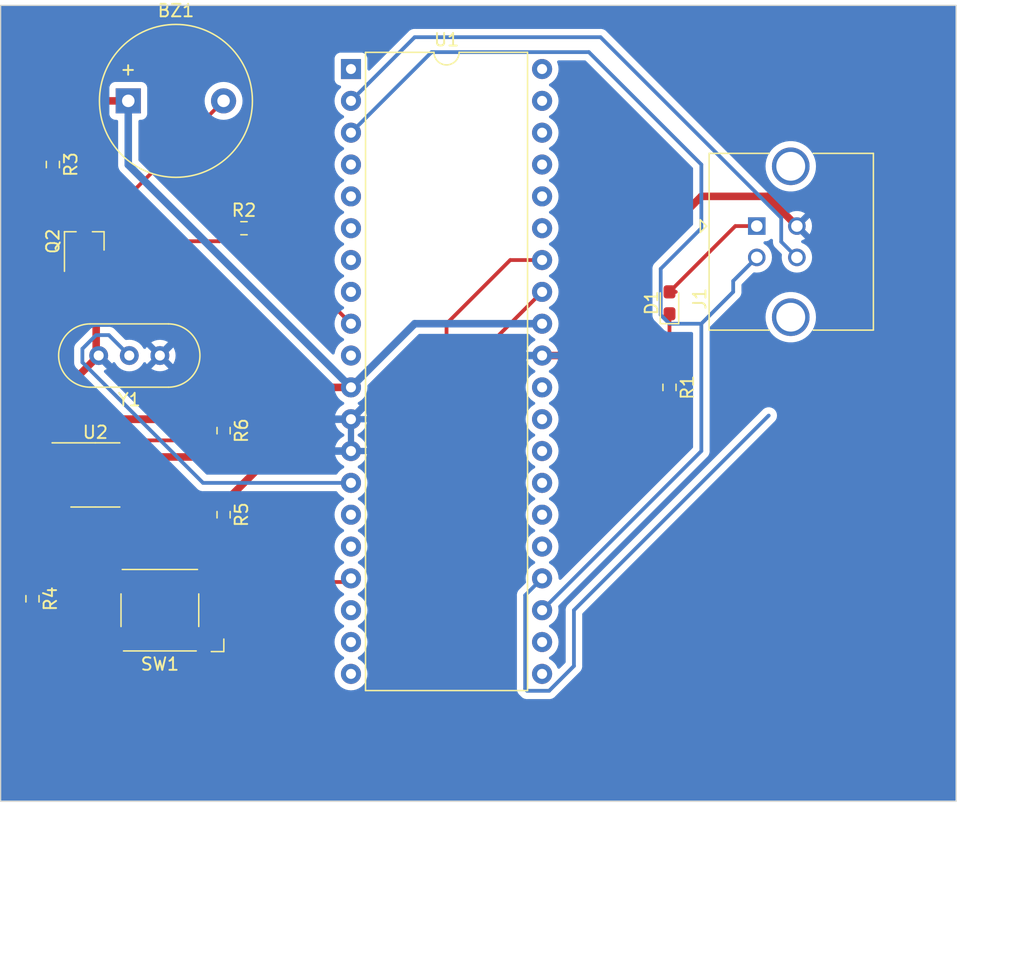
<source format=kicad_pcb>
(kicad_pcb (version 20221018) (generator pcbnew)
  (title_block (title "FLAPPIC-BIRD-PROJECT") (date "2025-10-19") (rev "rev 1.0") (company "ECE Ecole d'ingénieurs-Engineering School"))
  (layers (0 "F.Cu" signal) (31 "B.Cu" signal) (34 "B.Paste" user) (35 "F.Paste" user) (36 "B.SilkS" user "B.Silkscreen") (37 "F.SilkS" user "F.Silkscreen") (38 "B.Mask" user) (39 "F.Mask" user) (44 "Edge.Cuts" user))
  (net 0 "")
  (net 1 "VCC")
  (net 2 "Net-(BZ1-+)")
  (net 3 "Net-(D1-K)")
  (net 4 "Net-(D1-A)")
  (net 5 "GND")
  (net 6 "Net-(Q2-B)")
  (net 7 "Net-(U1-CK2SPP{slash}AN6{slash}RE1)")
  (net 8 "Net-(R4-Pad2)")
  (net 9 "Net-(U1-RB1{slash}AN10{slash}INT1{slash}SCK{slash}SCL)")
  (net 10 "Net-(U1-RB0{slash}AN12{slash}INT0{slash}FLT0{slash}SDI{slash}SDA)")
  (net 18 "Net-(U1-RA6{slash}OSC2{slash}CLKO)")
  (net 38 "Net-(U1-P1A{slash}CCP1{slash}RC2)")
  (net 39 "Net-(J1-D-)")
  (net 40 "Net-(J1-D+)")
  (footprint "Resistor_SMD:R_0603_1608Metric_Pad0.98x0.95mm_HandSolder" (layer "F.Cu") (at 106.68 71.12 -90)
    (fp_text reference "R1" (at 0 -1.43 90) (layer "F.SilkS"))
    (fp_text value "4K7")
    (fp_line (start -0.254724 -0.5225) (end 0.254724 -0.5225) (stroke (width 0.12)) (layer "F.SilkS"))
    (fp_line (start -0.254724 0.5225) (end 0.254724 0.5225) (stroke (width 0.12)) (layer "F.SilkS"))
    (pad "1" smd roundrect (at -0.9125 0 270) (size 0.975 0.95) (layers "F.Cu" "F.Paste" "F.Mask") (net 3 "Net-(D1-K)"))
    (pad "2" smd roundrect (at 0.9125 0 270) (size 0.975 0.95) (layers "F.Cu" "F.Paste" "F.Mask") (net 5 "GND"))
  )
  (footprint "Buzzer_Beeper:Buzzer_12x9.5RM7.6" (layer "F.Cu") (at 63.52 48.26)
    (fp_text reference "BZ1" (at 3.8 -7.2) (layer "F.SilkS"))
    (fp_text value "Buzzer")
    (fp_text user "+" (at -0.01 -2.54) (layer "F.SilkS"))
    (fp_circle (center 3.8 0) (end 9.9 0) (stroke (width 0.12)) (fill none) (layer "F.SilkS"))
    (pad "1" thru_hole rect (at 0 0) (size 2 2) (drill 1) (layers "*.Cu" "*.Mask") (net 1 "VCC"))
    (pad "2" thru_hole circle (at 7.6 0) (size 2 2) (drill 1) (layers "*.Cu" "*.Mask") (net 2 "Net-(BZ1-+)"))
  )
  (footprint "Resistor_SMD:R_0603_1608Metric_Pad0.98x0.95mm_HandSolder" (layer "F.Cu") (at 57.5075 53.34 -90)
    (fp_text reference "R3" (at 0 -1.43 90) (layer "F.SilkS"))
    (fp_text value "1K")
    (fp_line (start -0.254724 -0.5225) (end 0.254724 -0.5225) (stroke (width 0.12)) (layer "F.SilkS"))
    (fp_line (start -0.254724 0.5225) (end 0.254724 0.5225) (stroke (width 0.12)) (layer "F.SilkS"))
    (pad "1" smd roundrect (at -0.9125 0 270) (size 0.975 0.95) (layers "F.Cu" "F.Paste" "F.Mask") (net 1 "VCC"))
    (pad "2" smd roundrect (at 0.9125 0 270) (size 0.975 0.95) (layers "F.Cu" "F.Paste" "F.Mask") (net 2 "Net-(BZ1-+)"))
  )
  (footprint "LED_SMD:LED_0603_1608Metric_Pad1.05x0.95mm_HandSolder" (layer "F.Cu") (at 106.68 64.375 90)
    (fp_text reference "D1" (at 0 -1.43 90) (layer "F.SilkS"))
    (fp_text value "LED")
    (fp_line (start -1.66 -0.735) (end -1.66 0.735) (stroke (width 0.12)) (layer "F.SilkS"))
    (fp_line (start -1.66 0.735) (end 0.8 0.735) (stroke (width 0.12)) (layer "F.SilkS"))
    (fp_line (start 0.8 -0.735) (end -1.66 -0.735) (stroke (width 0.12)) (layer "F.SilkS"))
    (pad "1" smd roundrect (at -0.875 0 90) (size 1.05 0.95) (layers "F.Cu" "F.Paste" "F.Mask") (net 3 "Net-(D1-K)"))
    (pad "2" smd roundrect (at 0.875 0 90) (size 1.05 0.95) (layers "F.Cu" "F.Paste" "F.Mask") (net 4 "Net-(D1-A)"))
  )
  (footprint "logos:ECEbis" (layer "F.Cu") (at 119.38 99.06)
    (fp_text reference "G***" hide)
    (fp_text value "LOGO" hide)
  )
  (footprint "Button_Switch_SMD:SW_SPST_Omron_B3FS-100xP" (layer "F.Cu") (at 66.04 88.9 180)
    (fp_text reference "SW1" (at 0 -4.3) (layer "F.SilkS"))
    (fp_text value "SW_Omron_B3FS")
    (fp_line (start -5.1 -3.3) (end -4.1 -3.3) (stroke (width 0.12)) (layer "F.SilkS"))
    (fp_line (start -5.1 -2.3) (end -5.1 -3.3) (stroke (width 0.12)) (layer "F.SilkS"))
    (fp_line (start -3.1 -1.3) (end -3.1 1.3) (stroke (width 0.12)) (layer "F.SilkS"))
    (fp_line (start 2.9 -3.25) (end -2.9 -3.25) (stroke (width 0.12)) (layer "F.SilkS"))
    (fp_line (start 3 3.25) (end -3 3.25) (stroke (width 0.12)) (layer "F.SilkS"))
    (fp_line (start 3.1 -1.3) (end 3.1 1.3) (stroke (width 0.12)) (layer "F.SilkS"))
    (pad "1" smd rect (at -4 -2.25) (size 1.6 1.4) (layers "F.Cu" "F.Paste" "F.Mask") (net 8 "Net-(R4-Pad2)"))
    (pad "1" smd rect (at 4 -2.25) (size 1.6 1.4) (layers "F.Cu" "F.Paste" "F.Mask") (net 8 "Net-(R4-Pad2)"))
    (pad "2" smd rect (at -4 2.25) (size 1.6 1.4) (layers "F.Cu" "F.Paste" "F.Mask") (net 38 "Net-(U1-P1A{slash}CCP1{slash}RC2)"))
    (pad "2" smd rect (at 4 2.25) (size 1.6 1.4) (layers "F.Cu" "F.Paste" "F.Mask") (net 38 "Net-(U1-P1A{slash}CCP1{slash}RC2)"))
  )
  (footprint "Package_TO_SOT_SMD:SOT-23_Handsoldering" (layer "F.Cu") (at 60.01 59.46 90)
    (fp_text reference "Q2" (at 0 -2.5 90) (layer "F.SilkS"))
    (fp_text value "BC846")
    (fp_line (start 0.76 -1.58) (end -2.4 -1.58) (stroke (width 0.12)) (layer "F.SilkS"))
    (fp_line (start 0.76 -1.58) (end 0.76 -0.65) (stroke (width 0.12)) (layer "F.SilkS"))
    (fp_line (start 0.76 1.58) (end -0.7 1.58) (stroke (width 0.12)) (layer "F.SilkS"))
    (fp_line (start 0.76 1.58) (end 0.76 0.65) (stroke (width 0.12)) (layer "F.SilkS"))
    (pad "1" smd rect (at -1.5 -0.95 90) (size 1.9 0.8) (layers "F.Cu" "F.Paste" "F.Mask") (net 6 "Net-(Q2-B)"))
    (pad "2" smd rect (at -1.5 0.95 90) (size 1.9 0.8) (layers "F.Cu" "F.Paste" "F.Mask") (net 5 "GND"))
    (pad "3" smd rect (at 1.5 0 90) (size 1.9 0.8) (layers "F.Cu" "F.Paste" "F.Mask") (net 2 "Net-(BZ1-+)"))
  )
  (footprint "Connector_USB:USB_B_Amphenol_MUSB-D511_Vertical_Rugged" (layer "F.Cu") (at 113.64 58.25 90)
    (fp_text reference "J1" (at -5.8 -4.55 90) (layer "F.SilkS"))
    (fp_text value "USB_B")
    (fp_line (start -8.3 -3.8) (end 5.8 -3.8) (stroke (width 0.12)) (layer "F.SilkS"))
    (fp_line (start -8.3 1) (end -8.3 -3.8) (stroke (width 0.12)) (layer "F.SilkS"))
    (fp_line (start -8.3 9.3) (end -8.3 4.5) (stroke (width 0.12)) (layer "F.SilkS"))
    (fp_line (start -0.5 -4.5) (end 0 -4) (stroke (width 0.12)) (layer "F.SilkS"))
    (fp_line (start 0 -4) (end 0.5 -4.5) (stroke (width 0.12)) (layer "F.SilkS"))
    (fp_line (start 0.5 -4.5) (end -0.5 -4.5) (stroke (width 0.12)) (layer "F.SilkS"))
    (fp_line (start 5.8 -3.8) (end 5.8 1) (stroke (width 0.12)) (layer "F.SilkS"))
    (fp_line (start 5.8 4.5) (end 5.8 9.3) (stroke (width 0.12)) (layer "F.SilkS"))
    (fp_line (start 5.8 9.3) (end -8.3 9.3) (stroke (width 0.12)) (layer "F.SilkS"))
    (pad "1" thru_hole rect (at 0 0 90) (size 1.4 1.4) (drill 0.92) (layers "*.Cu" "*.Mask") (net 4 "Net-(D1-A)"))
    (pad "2" thru_hole circle (at -2.5 0 90) (size 1.4 1.4) (drill 0.92) (layers "*.Cu" "*.Mask") (net 39 "Net-(J1-D-)"))
    (pad "3" thru_hole circle (at -2.5 3.2 90) (size 1.4 1.4) (drill 0.92) (layers "*.Cu" "*.Mask") (net 40 "Net-(J1-D+)"))
    (pad "4" thru_hole circle (at 0 3.2 90) (size 1.4 1.4) (drill 0.92) (layers "*.Cu" "*.Mask") (net 5 "GND"))
    (pad "5" thru_hole circle (at -7.27 2.71 90) (size 3 3) (drill 2.3) (layers "*.Cu" "*.Mask"))
    (pad "5" thru_hole circle (at 4.77 2.71 90) (size 3 3) (drill 2.3) (layers "*.Cu" "*.Mask"))
  )
  (footprint "Resistor_SMD:R_0603_1608Metric_Pad0.98x0.95mm_HandSolder" (layer "F.Cu") (at 71.12 81.28 -90)
    (fp_text reference "R5" (at 0 -1.43 90) (layer "F.SilkS"))
    (fp_text value "1K")
    (fp_line (start -0.254724 -0.5225) (end 0.254724 -0.5225) (stroke (width 0.12)) (layer "F.SilkS"))
    (fp_line (start -0.254724 0.5225) (end 0.254724 0.5225) (stroke (width 0.12)) (layer "F.SilkS"))
    (pad "1" smd roundrect (at -0.9125 0 270) (size 0.975 0.95) (layers "F.Cu" "F.Paste" "F.Mask") (net 1 "VCC"))
    (pad "2" smd roundrect (at 0.9125 0 270) (size 0.975 0.95) (layers "F.Cu" "F.Paste" "F.Mask") (net 9 "Net-(U1-RB1{slash}AN10{slash}INT1{slash}SCK{slash}SCL)"))
  )
  (footprint "Resistor_SMD:R_0603_1608Metric_Pad0.98x0.95mm_HandSolder" (layer "F.Cu") (at 72.7475 58.42)
    (fp_text reference "R2" (at 0 -1.43) (layer "F.SilkS"))
    (fp_text value "10K")
    (fp_line (start -0.254724 -0.5225) (end 0.254724 -0.5225) (stroke (width 0.12)) (layer "F.SilkS"))
    (fp_line (start -0.254724 0.5225) (end 0.254724 0.5225) (stroke (width 0.12)) (layer "F.SilkS"))
    (pad "1" smd roundrect (at -0.9125 0) (size 0.975 0.95) (layers "F.Cu" "F.Paste" "F.Mask") (net 6 "Net-(Q2-B)"))
    (pad "2" smd roundrect (at 0.9125 0) (size 0.975 0.95) (layers "F.Cu" "F.Paste" "F.Mask") (net 7 "Net-(U1-CK2SPP{slash}AN6{slash}RE1)"))
  )
  (footprint "Package_DIP:DIP-40_W15.24mm" (layer "F.Cu") (at 81.28 45.72)
    (fp_text reference "U1" (at 7.62 -2.33) (layer "F.SilkS"))
    (fp_text value "PIC18F4550-IP")
    (fp_line (start 1.16 -1.33) (end 1.16 49.59) (stroke (width 0.12)) (layer "F.SilkS"))
    (fp_line (start 1.16 49.59) (end 14.08 49.59) (stroke (width 0.12)) (layer "F.SilkS"))
    (fp_line (start 6.62 -1.33) (end 1.16 -1.33) (stroke (width 0.12)) (layer "F.SilkS"))
    (fp_line (start 14.08 -1.33) (end 8.62 -1.33) (stroke (width 0.12)) (layer "F.SilkS"))
    (fp_line (start 14.08 49.59) (end 14.08 -1.33) (stroke (width 0.12)) (layer "F.SilkS"))
    (fp_arc (start 8.62 -1.33) (mid 7.62 -0.33) (end 6.62 -1.33) (stroke (width 0.12)) (layer "F.SilkS"))
    (pad "1" thru_hole rect (at 0 0) (size 1.6 1.6) (drill 0.8) (layers "*.Cu" "*.Mask"))
    (pad "2" thru_hole oval (at 0 2.54) (size 1.6 1.6) (drill 0.8) (layers "*.Cu" "*.Mask") (net 40 "Net-(J1-D+)"))
    (pad "3" thru_hole oval (at 0 5.08) (size 1.6 1.6) (drill 0.8) (layers "*.Cu" "*.Mask") (net 39 "Net-(J1-D-)"))
    (pad "4" thru_hole oval (at 0 7.62) (size 1.6 1.6) (drill 0.8) (layers "*.Cu" "*.Mask"))
    (pad "5" thru_hole oval (at 0 10.16) (size 1.6 1.6) (drill 0.8) (layers "*.Cu" "*.Mask"))
    (pad "6" thru_hole oval (at 0 12.7) (size 1.6 1.6) (drill 0.8) (layers "*.Cu" "*.Mask"))
    (pad "7" thru_hole oval (at 0 15.24) (size 1.6 1.6) (drill 0.8) (layers "*.Cu" "*.Mask"))
    (pad "8" thru_hole oval (at 0 17.78) (size 1.6 1.6) (drill 0.8) (layers "*.Cu" "*.Mask"))
    (pad "9" thru_hole oval (at 0 20.32) (size 1.6 1.6) (drill 0.8) (layers "*.Cu" "*.Mask") (net 7 "Net-(U1-CK2SPP{slash}AN6{slash}RE1)"))
    (pad "10" thru_hole oval (at 0 22.86) (size 1.6 1.6) (drill 0.8) (layers "*.Cu" "*.Mask"))
    (pad "11" thru_hole oval (at 0 25.4) (size 1.6 1.6) (drill 0.8) (layers "*.Cu" "*.Mask") (net 1 "VCC"))
    (pad "12" thru_hole oval (at 0 27.94) (size 1.6 1.6) (drill 0.8) (layers "*.Cu" "*.Mask") (net 5 "GND"))
    (pad "13" thru_hole oval (at 0 30.48) (size 1.6 1.6) (drill 0.8) (layers "*.Cu" "*.Mask") (net 5 "GND"))
    (pad "14" thru_hole oval (at 0 33.02) (size 1.6 1.6) (drill 0.8) (layers "*.Cu" "*.Mask") (net 18 "Net-(U1-RA6{slash}OSC2{slash}CLKO)"))
    (pad "15" thru_hole oval (at 0 35.56) (size 1.6 1.6) (drill 0.8) (layers "*.Cu" "*.Mask"))
    (pad "16" thru_hole oval (at 0 38.1) (size 1.6 1.6) (drill 0.8) (layers "*.Cu" "*.Mask"))
    (pad "17" thru_hole oval (at 0 40.64) (size 1.6 1.6) (drill 0.8) (layers "*.Cu" "*.Mask") (net 38 "Net-(U1-P1A{slash}CCP1{slash}RC2)"))
    (pad "18" thru_hole oval (at 0 43.18) (size 1.6 1.6) (drill 0.8) (layers "*.Cu" "*.Mask"))
    (pad "19" thru_hole oval (at 0 45.72) (size 1.6 1.6) (drill 0.8) (layers "*.Cu" "*.Mask"))
    (pad "20" thru_hole oval (at 0 48.26) (size 1.6 1.6) (drill 0.8) (layers "*.Cu" "*.Mask"))
    (pad "21" thru_hole oval (at 15.24 48.26) (size 1.6 1.6) (drill 0.8) (layers "*.Cu" "*.Mask"))
    (pad "22" thru_hole oval (at 15.24 45.72) (size 1.6 1.6) (drill 0.8) (layers "*.Cu" "*.Mask"))
    (pad "23" thru_hole oval (at 15.24 43.18) (size 1.6 1.6) (drill 0.8) (layers "*.Cu" "*.Mask") (net 39 "Net-(J1-D-)"))
    (pad "24" thru_hole oval (at 15.24 40.64) (size 1.6 1.6) (drill 0.8) (layers "*.Cu" "*.Mask") (net 40 "Net-(J1-D+)"))
    (pad "25" thru_hole oval (at 15.24 38.1) (size 1.6 1.6) (drill 0.8) (layers "*.Cu" "*.Mask"))
    (pad "26" thru_hole oval (at 15.24 35.56) (size 1.6 1.6) (drill 0.8) (layers "*.Cu" "*.Mask"))
    (pad "27" thru_hole oval (at 15.24 33.02) (size 1.6 1.6) (drill 0.8) (layers "*.Cu" "*.Mask"))
    (pad "28" thru_hole oval (at 15.24 30.48) (size 1.6 1.6) (drill 0.8) (layers "*.Cu" "*.Mask"))
    (pad "29" thru_hole oval (at 15.24 27.94) (size 1.6 1.6) (drill 0.8) (layers "*.Cu" "*.Mask"))
    (pad "30" thru_hole oval (at 15.24 25.4) (size 1.6 1.6) (drill 0.8) (layers "*.Cu" "*.Mask"))
    (pad "31" thru_hole oval (at 15.24 22.86) (size 1.6 1.6) (drill 0.8) (layers "*.Cu" "*.Mask") (net 5 "GND"))
    (pad "32" thru_hole oval (at 15.24 20.32) (size 1.6 1.6) (drill 0.8) (layers "*.Cu" "*.Mask") (net 1 "VCC"))
    (pad "33" thru_hole oval (at 15.24 17.78) (size 1.6 1.6) (drill 0.8) (layers "*.Cu" "*.Mask") (net 10 "Net-(U1-RB0{slash}AN12{slash}INT0{slash}FLT0{slash}SDI{slash}SDA)"))
    (pad "34" thru_hole oval (at 15.24 15.24) (size 1.6 1.6) (drill 0.8) (layers "*.Cu" "*.Mask") (net 9 "Net-(U1-RB1{slash}AN10{slash}INT1{slash}SCK{slash}SCL)"))
    (pad "35" thru_hole oval (at 15.24 12.7) (size 1.6 1.6) (drill 0.8) (layers "*.Cu" "*.Mask"))
    (pad "36" thru_hole oval (at 15.24 10.16) (size 1.6 1.6) (drill 0.8) (layers "*.Cu" "*.Mask"))
    (pad "37" thru_hole oval (at 15.24 7.62) (size 1.6 1.6) (drill 0.8) (layers "*.Cu" "*.Mask"))
    (pad "38" thru_hole oval (at 15.24 5.08) (size 1.6 1.6) (drill 0.8) (layers "*.Cu" "*.Mask"))
    (pad "39" thru_hole oval (at 15.24 2.54) (size 1.6 1.6) (drill 0.8) (layers "*.Cu" "*.Mask"))
    (pad "40" thru_hole oval (at 15.24 0) (size 1.6 1.6) (drill 0.8) (layers "*.Cu" "*.Mask"))
  )
  (footprint "Resistor_SMD:R_0603_1608Metric_Pad0.98x0.95mm_HandSolder" (layer "F.Cu") (at 55.88 87.9875 -90)
    (fp_text reference "R4" (at 0 -1.43 90) (layer "F.SilkS"))
    (fp_text value "220")
    (fp_line (start -0.254724 -0.5225) (end 0.254724 -0.5225) (stroke (width 0.12)) (layer "F.SilkS"))
    (fp_line (start -0.254724 0.5225) (end 0.254724 0.5225) (stroke (width 0.12)) (layer "F.SilkS"))
    (pad "1" smd roundrect (at -0.9125 0 270) (size 0.975 0.95) (layers "F.Cu" "F.Paste" "F.Mask") (net 1 "VCC"))
    (pad "2" smd roundrect (at 0.9125 0 270) (size 0.975 0.95) (layers "F.Cu" "F.Paste" "F.Mask") (net 8 "Net-(R4-Pad2)"))
  )
  (footprint "Package_SO:SOIC-8_3.9x4.9mm_P1.27mm" (layer "F.Cu") (at 60.895 78.105)
    (fp_text reference "U2" (at 0 -3.4) (layer "F.SilkS"))
    (fp_text value "M24C02-WMN")
    (fp_line (start 0 -2.56) (end -3.45 -2.56) (stroke (width 0.12)) (layer "F.SilkS"))
    (fp_line (start 0 -2.56) (end 1.95 -2.56) (stroke (width 0.12)) (layer "F.SilkS"))
    (fp_line (start 0 2.56) (end -1.95 2.56) (stroke (width 0.12)) (layer "F.SilkS"))
    (fp_line (start 0 2.56) (end 1.95 2.56) (stroke (width 0.12)) (layer "F.SilkS"))
    (pad "1" smd roundrect (at -2.475 -1.905) (size 1.95 0.6) (layers "F.Cu" "F.Paste" "F.Mask") (net 1 "VCC"))
    (pad "2" smd roundrect (at -2.475 -0.635) (size 1.95 0.6) (layers "F.Cu" "F.Paste" "F.Mask") (net 5 "GND"))
    (pad "3" smd roundrect (at -2.475 0.635) (size 1.95 0.6) (layers "F.Cu" "F.Paste" "F.Mask") (net 5 "GND"))
    (pad "4" smd roundrect (at -2.475 1.905) (size 1.95 0.6) (layers "F.Cu" "F.Paste" "F.Mask") (net 5 "GND"))
    (pad "5" smd roundrect (at 2.475 1.905) (size 1.95 0.6) (layers "F.Cu" "F.Paste" "F.Mask") (net 10 "Net-(U1-RB0{slash}AN12{slash}INT0{slash}FLT0{slash}SDI{slash}SDA)"))
    (pad "6" smd roundrect (at 2.475 0.635) (size 1.95 0.6) (layers "F.Cu" "F.Paste" "F.Mask") (net 9 "Net-(U1-RB1{slash}AN10{slash}INT1{slash}SCK{slash}SCL)"))
    (pad "7" smd roundrect (at 2.475 -0.635) (size 1.95 0.6) (layers "F.Cu" "F.Paste" "F.Mask") (net 1 "VCC"))
    (pad "8" smd roundrect (at 2.475 -1.905) (size 1.95 0.6) (layers "F.Cu" "F.Paste" "F.Mask") (net 1 "VCC"))
  )
  (footprint "Crystal:Crystal_HC49-U-3Pin_Vertical" (layer "F.Cu") (at 66.04 68.58 180)
    (fp_text reference "Y1" (at 2.44 -3.525) (layer "F.SilkS"))
    (fp_text value "Crystal_GND3")
    (fp_line (start -0.685 -2.525) (end 5.565 -2.525) (stroke (width 0.12)) (layer "F.SilkS"))
    (fp_line (start -0.685 2.525) (end 5.565 2.525) (stroke (width 0.12)) (layer "F.SilkS"))
    (fp_arc (start -0.685 2.525) (mid -3.21 0) (end -0.685 -2.525) (stroke (width 0.12)) (layer "F.SilkS"))
    (fp_arc (start 5.565 -2.525) (mid 8.09 0) (end 5.565 2.525) (stroke (width 0.12)) (layer "F.SilkS"))
    (pad "1" thru_hole circle (at 0 0 180) (size 1.5 1.5) (drill 0.8) (layers "*.Cu" "*.Mask") (net 5 "GND"))
    (pad "2" thru_hole circle (at 2.44 0 180) (size 1.5 1.5) (drill 0.8) (layers "*.Cu" "*.Mask") (net 18 "Net-(U1-RA6{slash}OSC2{slash}CLKO)"))
    (pad "3" thru_hole circle (at 4.88 0 180) (size 1.5 1.5) (drill 0.8) (layers "*.Cu" "*.Mask") (net 5 "GND"))
  )
  (footprint "Resistor_SMD:R_0603_1608Metric_Pad0.98x0.95mm_HandSolder" (layer "F.Cu") (at 71.12 74.5725 -90)
    (fp_text reference "R6" (at 0 -1.43 90) (layer "F.SilkS"))
    (fp_text value "1K")
    (fp_line (start -0.254724 -0.5225) (end 0.254724 -0.5225) (stroke (width 0.12)) (layer "F.SilkS"))
    (fp_line (start -0.254724 0.5225) (end 0.254724 0.5225) (stroke (width 0.12)) (layer "F.SilkS"))
    (pad "1" smd roundrect (at -0.9125 0 270) (size 0.975 0.95) (layers "F.Cu" "F.Paste" "F.Mask") (net 1 "VCC"))
    (pad "2" smd roundrect (at 0.9125 0 270) (size 0.975 0.95) (layers "F.Cu" "F.Paste" "F.Mask") (net 10 "Net-(U1-RB0{slash}AN12{slash}INT0{slash}FLT0{slash}SDI{slash}SDA)"))
  )
  (gr_rect (start 53.34 40.64) (end 129.54 104.14) (stroke (width 0.1)) (fill none) (layer "Edge.Cuts"))
  (segment (start 71.12 80.3675) (end 73.66 77.8275) (width 0.6) (layer "F.Cu") (net 1))
  (segment (start 73.66 77.8275) (end 73.66 73.66) (width 0.6) (layer "F.Cu") (net 1))
  (segment (start 61.945 81.01) (end 62.027918 81.01) (width 0.6) (layer "F.Cu") (net 1))
  (segment (start 62.742969 73.66) (end 71.12 73.66) (width 0.6) (layer "F.Cu") (net 1))
  (segment (start 60.96 73.66) (end 58.42 76.2) (width 0.6) (layer "F.Cu") (net 1))
  (segment (start 64.1675 76.6725) (end 71.745825 76.6725) (width 0.6) (layer "F.Cu") (net 1))
  (segment (start 72.295 74.835) (end 71.12 73.66) (width 0.6) (layer "F.Cu") (net 1))
  (segment (start 61.675 48.26) (end 63.52 48.26) (width 0.6) (layer "F.Cu") (net 1))
  (segment (start 62.027918 81.01) (end 60.11 79.092082) (width 0.6) (layer "F.Cu") (net 1))
  (segment (start 72.295 76.123325) (end 72.295 74.835) (width 0.6) (layer "F.Cu") (net 1))
  (segment (start 63.37 77.47) (end 64.1675 76.6725) (width 0.6) (layer "F.Cu") (net 1))
  (segment (start 71.12 73.66) (end 73.66 71.12) (width 0.6) (layer "F.Cu") (net 1))
  (segment (start 73.66 73.66) (end 71.12 73.66) (width 0.6) (layer "F.Cu") (net 1))
  (segment (start 71.12 73.66) (end 60.96 73.66) (width 0.6) (layer "F.Cu") (net 1))
  (segment (start 55.88 87.075) (end 61.945 81.01) (width 0.6) (layer "F.Cu") (net 1))
  (segment (start 73.66 71.12) (end 81.28 71.12) (width 0.6) (layer "F.Cu") (net 1))
  (segment (start 60.11 79.092082) (end 60.11 76.292969) (width 0.6) (layer "F.Cu") (net 1))
  (segment (start 60.11 76.292969) (end 62.742969 73.66) (width 0.6) (layer "F.Cu") (net 1))
  (segment (start 63.37 76.2) (end 63.37 77.47) (width 0.6) (layer "F.Cu") (net 1))
  (segment (start 71.745825 76.6725) (end 72.295 76.123325) (width 0.6) (layer "F.Cu") (net 1))
  (segment (start 57.5075 52.4275) (end 61.675 48.26) (width 0.6) (layer "F.Cu") (net 1))
  (segment (start 81.28 71.12) (end 63.52 53.36) (width 0.6) (layer "B.Cu") (net 1))
  (segment (start 96.52 66.04) (end 86.36 66.04) (width 0.6) (layer "B.Cu") (net 1))
  (segment (start 86.36 66.04) (end 81.28 71.12) (width 0.6) (layer "B.Cu") (net 1))
  (segment (start 63.52 53.36) (end 63.52 48.26) (width 0.6) (layer "B.Cu") (net 1))
  (segment (start 57.5075 54.2525) (end 57.5075 55.4575) (width 0.3) (layer "F.Cu") (net 2))
  (segment (start 57.5075 55.4575) (end 60.01 57.96) (width 0.3) (layer "F.Cu") (net 2))
  (segment (start 61.42 57.96) (end 71.12 48.26) (width 0.3) (layer "F.Cu") (net 2))
  (segment (start 60.01 57.96) (end 61.42 57.96) (width 0.3) (layer "F.Cu") (net 2))
  (segment (start 106.68 65.25) (end 106.68 70.2075) (width 0.3) (layer "F.Cu") (net 3))
  (segment (start 106.68 63.5) (end 111.93 58.25) (width 0.3) (layer "F.Cu") (net 4))
  (segment (start 106.68 63.5) (end 107.1825 63.5) (width 0.3) (layer "F.Cu") (net 4))
  (segment (start 111.93 58.25) (end 113.64 58.25) (width 0.3) (layer "F.Cu") (net 4))
  (segment (start 60.96 68.38) (end 61.16 68.58) (width 0.6) (layer "F.Cu") (net 5))
  (segment (start 114.47 55.88) (end 116.84 58.25) (width 0.6) (layer "F.Cu") (net 5))
  (segment (start 56.745 76.702082) (end 56.745 72.995) (width 0.6) (layer "F.Cu") (net 5))
  (segment (start 58.42 77.47) (end 57.512918 77.47) (width 0.6) (layer "F.Cu") (net 5))
  (segment (start 106.68 72.0325) (end 103.2275 68.58) (width 0.6) (layer "F.Cu") (net 5))
  (segment (start 109.22 55.88) (end 114.47 55.88) (width 0.6) (layer "F.Cu") (net 5))
  (segment (start 58.42 78.74) (end 58.42 77.47) (width 0.6) (layer "F.Cu") (net 5))
  (segment (start 103.2275 68.58) (end 96.52 68.58) (width 0.6) (layer "F.Cu") (net 5))
  (segment (start 103.2275 61.8725) (end 109.22 55.88) (width 0.6) (layer "F.Cu") (net 5))
  (segment (start 57.512918 77.47) (end 56.745 76.702082) (width 0.6) (layer "F.Cu") (net 5))
  (segment (start 58.42 80.01) (end 58.42 78.74) (width 0.6) (layer "F.Cu") (net 5))
  (segment (start 56.745 72.995) (end 61.16 68.58) (width 0.6) (layer "F.Cu") (net 5))
  (segment (start 103.2275 68.58) (end 103.2275 61.8725) (width 0.6) (layer "F.Cu") (net 5))
  (segment (start 60.96 60.96) (end 60.96 68.38) (width 0.6) (layer "F.Cu") (net 5))
  (segment (start 71.12 68.58) (end 78.74 76.2) (width 0.6) (layer "B.Cu") (net 5))
  (segment (start 66.04 68.58) (end 68.58 66.04) (width 0.6) (layer "B.Cu") (net 5))
  (segment (start 63.5 70.92) (end 63.5 71.12) (width 0.6) (layer "B.Cu") (net 5))
  (segment (start 86.36 68.58) (end 81.28 73.66) (width 0.6) (layer "B.Cu") (net 5))
  (segment (start 96.52 68.58) (end 86.36 68.58) (width 0.6) (layer "B.Cu") (net 5))
  (segment (start 61.16 68.58) (end 63.5 70.92) (width 0.6) (layer "B.Cu") (net 5))
  (segment (start 78.74 73.66) (end 81.28 73.66) (width 0.6) (layer "B.Cu") (net 5))
  (segment (start 63.5 71.12) (end 66.04 71.12) (width 0.6) (layer "B.Cu") (net 5))
  (segment (start 71.12 66.04) (end 78.74 73.66) (width 0.6) (layer "B.Cu") (net 5))
  (segment (start 66.04 71.12) (end 68.58 68.58) (width 0.6) (layer "B.Cu") (net 5))
  (segment (start 68.58 68.58) (end 71.12 68.58) (width 0.6) (layer "B.Cu") (net 5))
  (segment (start 68.58 66.04) (end 71.12 66.04) (width 0.6) (layer "B.Cu") (net 5))
  (segment (start 78.74 76.2) (end 81.28 76.2) (width 0.6) (layer "B.Cu") (net 5))
  (segment (start 59.06 60.32) (end 59.92 59.46) (width 0.3) (layer "F.Cu") (net 6))
  (segment (start 59.92 59.46) (end 70.795 59.46) (width 0.3) (layer "F.Cu") (net 6))
  (segment (start 70.795 59.46) (end 71.835 58.42) (width 0.3) (layer "F.Cu") (net 6))
  (segment (start 59.06 60.96) (end 59.06 60.32) (width 0.3) (layer "F.Cu") (net 6))
  (segment (start 73.66 58.42) (end 81.28 66.04) (width 0.3) (layer "F.Cu") (net 7))
  (segment (start 58.13 91.15) (end 62.04 91.15) (width 0.3) (layer "F.Cu") (net 8))
  (segment (start 55.88 88.9) (end 58.13 91.15) (width 0.3) (layer "F.Cu") (net 8))
  (segment (start 55.88 88.9) (end 56.595 88.185) (width 0.3) (layer "F.Cu") (net 8))
  (segment (start 67.6675 78.74) (end 63.37 78.74) (width 0.3) (layer "F.Cu") (net 9))
  (segment (start 63.37 78.74) (end 64.064949 78.74) (width 0.3) (layer "F.Cu") (net 9))
  (segment (start 88.9 88.9) (end 88.9 66.04) (width 0.3) (layer "F.Cu") (net 9))
  (segment (start 88.9 66.04) (end 93.98 60.96) (width 0.3) (layer "F.Cu") (net 9))
  (segment (start 78.74 99.06) (end 88.9 88.9) (width 0.3) (layer "F.Cu") (net 9))
  (segment (start 71.12 82.1925) (end 67.6675 78.74) (width 0.3) (layer "F.Cu") (net 9))
  (segment (start 66.04 80.715051) (end 66.04 93.98) (width 0.3) (layer "F.Cu") (net 9))
  (segment (start 93.98 60.96) (end 96.52 60.96) (width 0.3) (layer "F.Cu") (net 9))
  (segment (start 64.064949 78.74) (end 66.04 80.715051) (width 0.3) (layer "F.Cu") (net 9))
  (segment (start 66.04 93.98) (end 71.12 99.06) (width 0.3) (layer "F.Cu") (net 9))
  (segment (start 71.12 99.06) (end 78.74 99.06) (width 0.3) (layer "F.Cu") (net 9))
  (segment (start 68.58 101.6) (end 81.28 101.6) (width 0.3) (layer "F.Cu") (net 10))
  (segment (start 91.44 68.58) (end 96.52 63.5) (width 0.3) (layer "F.Cu") (net 10))
  (segment (start 91.44 91.44) (end 91.44 68.58) (width 0.3) (layer "F.Cu") (net 10))
  (segment (start 63.39 96.41) (end 63.39 80.03) (width 0.3) (layer "F.Cu") (net 10))
  (segment (start 63.39 80.03) (end 63.37 80.01) (width 0.3) (layer "F.Cu") (net 10))
  (segment (start 81.28 101.6) (end 91.44 91.44) (width 0.3) (layer "F.Cu") (net 10))
  (segment (start 70.985 75.35) (end 62.255051 75.35) (width 0.3) (layer "F.Cu") (net 10))
  (segment (start 60.96 78.74) (end 62.23 80.01) (width 0.3) (layer "F.Cu") (net 10))
  (segment (start 62.23 80.01) (end 63.37 80.01) (width 0.3) (layer "F.Cu") (net 10))
  (segment (start 71.12 75.485) (end 70.985 75.35) (width 0.3) (layer "F.Cu") (net 10))
  (segment (start 62.255051 75.35) (end 60.96 76.645051) (width 0.3) (layer "F.Cu") (net 10))
  (segment (start 60.96 76.645051) (end 60.96 78.74) (width 0.3) (layer "F.Cu") (net 10))
  (segment (start 68.58 101.6) (end 63.39 96.41) (width 0.3) (layer "F.Cu") (net 10))
  (segment (start 59.86 68.041522) (end 59.86 69.118478) (width 0.3) (layer "B.Cu") (net 18))
  (segment (start 63.6 68.58) (end 61.97 66.95) (width 0.3) (layer "B.Cu") (net 18))
  (segment (start 60.951522 66.95) (end 59.86 68.041522) (width 0.3) (layer "B.Cu") (net 18))
  (segment (start 69.481522 78.74) (end 81.28 78.74) (width 0.3) (layer "B.Cu") (net 18))
  (segment (start 59.86 69.118478) (end 69.481522 78.74) (width 0.3) (layer "B.Cu") (net 18))
  (segment (start 61.97 66.95) (end 60.951522 66.95) (width 0.3) (layer "B.Cu") (net 18))
  (segment (start 80.99 86.65) (end 81.28 86.36) (width 0.3) (layer "F.Cu") (net 38))
  (segment (start 70.04 86.65) (end 80.99 86.65) (width 0.3) (layer "F.Cu") (net 38))
  (segment (start 105.98 61.66) (end 105.98 65.34) (width 0.3) (layer "B.Cu") (net 39))
  (segment (start 105.98 65.34) (end 106.68 66.04) (width 0.3) (layer "B.Cu") (net 39))
  (segment (start 100.25 44.37) (end 109.22 53.34) (width 0.3) (layer "B.Cu") (net 39))
  (segment (start 109.22 76.2) (end 96.52 88.9) (width 0.3) (layer "B.Cu") (net 39))
  (segment (start 111.76 63.5) (end 111.76 62.63) (width 0.3) (layer "B.Cu") (net 39))
  (segment (start 106.68 66.04) (end 109.22 66.04) (width 0.3) (layer "B.Cu") (net 39))
  (segment (start 87.71 44.37) (end 100.25 44.37) (width 0.3) (layer "B.Cu") (net 39))
  (segment (start 109.22 66.04) (end 109.22 76.2) (width 0.3) (layer "B.Cu") (net 39))
  (segment (start 109.22 58.42) (end 105.98 61.66) (width 0.3) (layer "B.Cu") (net 39))
  (segment (start 81.28 50.8) (end 87.71 44.37) (width 0.3) (layer "B.Cu") (net 39))
  (segment (start 109.22 53.34) (end 109.22 58.42) (width 0.3) (layer "B.Cu") (net 39))
  (segment (start 111.76 63.5) (end 109.22 66.04) (width 0.3) (layer "B.Cu") (net 39))
  (segment (start 111.76 62.63) (end 113.64 60.75) (width 0.3) (layer "B.Cu") (net 39))
  (segment (start 95.33 95.33) (end 97.079189 95.33) (width 0.3) (layer "B.Cu") (net 40))
  (segment (start 101.179899 43.18) (end 115.59 57.590101) (width 0.3) (layer "B.Cu") (net 40))
  (segment (start 86.36 43.18) (end 101.179899 43.18) (width 0.3) (layer "B.Cu") (net 40))
  (segment (start 95.17 95.17) (end 95.33 95.33) (width 0.3) (layer "B.Cu") (net 40))
  (segment (start 115.59 57.590101) (end 115.59 59.5) (width 0.3) (layer "B.Cu") (net 40))
  (segment (start 95.17 87.71) (end 95.17 95.17) (width 0.3) (layer "B.Cu") (net 40))
  (segment (start 96.52 86.36) (end 95.17 87.71) (width 0.3) (layer "B.Cu") (net 40))
  (segment (start 99.06 93.349189) (end 99.06 88.9) (width 0.3) (layer "B.Cu") (net 40))
  (segment (start 81.28 48.26) (end 86.36 43.18) (width 0.3) (layer "B.Cu") (net 40))
  (segment (start 115.59 59.5) (end 116.84 60.75) (width 0.3) (layer "B.Cu") (net 40))
  (segment (start 99.06 88.9) (end 114.5925 73.3675) (width 0.3) (layer "B.Cu") (net 40))
  (segment (start 97.079189 95.33) (end 99.06 93.349189) (width 0.3) (layer "B.Cu") (net 40))
  (zone (net 5) (net_name "GND") (layer "B.Cu") (connect_pads (clearance 0.508)) (min_thickness 0.254) (fill yes (thermal_gap 0.5) (thermal_bridge_width 0.5))
    (polygon (pts (xy 53.34 40.64) (xy 53.34 104.14) (xy 129.54 104.14) (xy 129.54 40.64)))
  )
)
</source>
